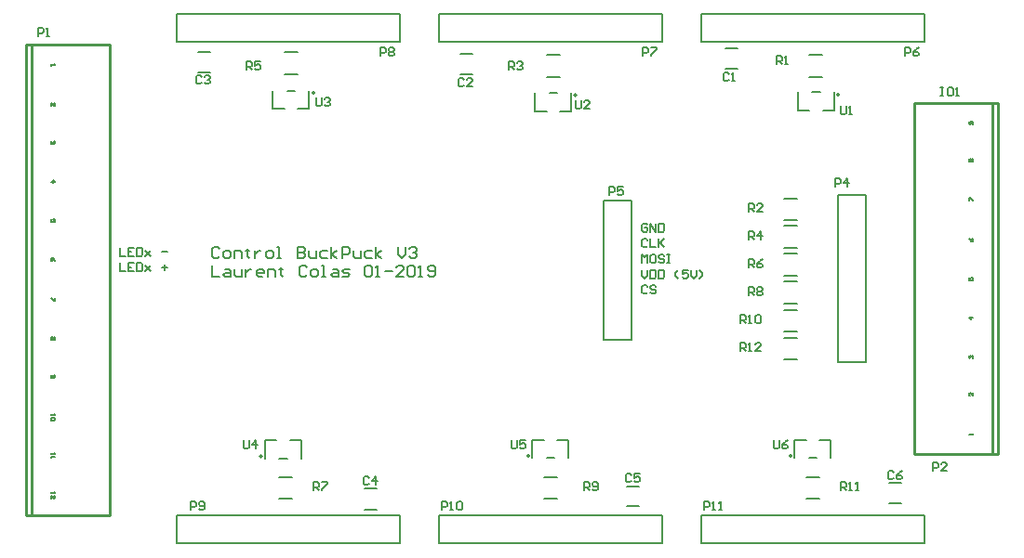
<source format=gto>
G04 Layer_Color=65535*
%FSLAX23Y23*%
%MOIN*%
G70*
G01*
G75*
%ADD13C,0.010*%
%ADD22C,0.006*%
%ADD23C,0.008*%
%ADD24C,0.008*%
%ADD25C,0.005*%
D13*
X1890Y4450D02*
Y6140D01*
X2190Y4450D02*
Y6070D01*
X1890Y4450D02*
X2190D01*
Y6070D02*
Y6140D01*
X1890D02*
X2190D01*
X1910Y4450D02*
Y6140D01*
X5355Y4670D02*
Y5930D01*
X5075Y4670D02*
X5375D01*
X5075D02*
Y4740D01*
Y5930D02*
X5375D01*
X5075Y4740D02*
Y5930D01*
X5375Y4670D02*
Y5930D01*
D22*
X2925Y5968D02*
G03*
X2925Y5968I-5J0D01*
G01*
X3865Y5960D02*
G03*
X3865Y5960I-5J0D01*
G01*
X4807Y5962D02*
G03*
X4807Y5962I-5J0D01*
G01*
X2737Y4663D02*
G03*
X2737Y4663I-5J0D01*
G01*
X4635Y4665D02*
G03*
X4635Y4665I-5J0D01*
G01*
X3695D02*
G03*
X3695Y4665I-5J0D01*
G01*
X2905Y5911D02*
Y5976D01*
X2775Y5911D02*
X2816D01*
X2775D02*
Y5976D01*
X2827D02*
X2853D01*
X2864Y5911D02*
X2905D01*
X3845Y5903D02*
Y5968D01*
X3715Y5903D02*
X3756D01*
X3715D02*
Y5968D01*
X3767D02*
X3793D01*
X3804Y5903D02*
X3845D01*
X3756Y6104D02*
X3804D01*
X3756Y6025D02*
X3804D01*
X4606Y5390D02*
X4654D01*
X4606Y5311D02*
X4654D01*
X4606Y5490D02*
X4654D01*
X4606Y5411D02*
X4654D01*
X4696Y6104D02*
X4744D01*
X4696Y6025D02*
X4744D01*
X4787Y5905D02*
Y5970D01*
X4657Y5905D02*
X4698D01*
X4657D02*
Y5970D01*
X4709D02*
X4736D01*
X4747Y5905D02*
X4787D01*
X4606Y5589D02*
X4654D01*
X4606Y5510D02*
X4654D01*
X4606Y5089D02*
X4654D01*
X4606Y5010D02*
X4654D01*
X4686Y4510D02*
X4734D01*
X4686Y4589D02*
X4734D01*
X4606Y5189D02*
X4654D01*
X4606Y5110D02*
X4654D01*
X3746Y4510D02*
X3794D01*
X3746Y4589D02*
X3794D01*
X2747Y4655D02*
Y4720D01*
X2837D02*
X2878D01*
Y4655D02*
Y4720D01*
X2799Y4655D02*
X2826D01*
X2747Y4720D02*
X2788D01*
X4606Y5290D02*
X4654D01*
X4606Y5210D02*
X4654D01*
X2796Y4510D02*
X2844D01*
X2796Y4589D02*
X2844D01*
X3104Y4547D02*
X3146D01*
X3104Y4473D02*
X3146D01*
X4984Y4494D02*
X5026D01*
X4984Y4567D02*
X5026D01*
X2509Y6043D02*
X2551D01*
X2509Y6116D02*
X2551D01*
X4399Y6127D02*
X4441D01*
X4399Y6054D02*
X4441D01*
X4645Y4657D02*
Y4722D01*
X4734D02*
X4775D01*
Y4657D02*
Y4722D01*
X4697Y4657D02*
X4723D01*
X4645Y4722D02*
X4686D01*
X3705Y4657D02*
Y4722D01*
X3794D02*
X3835D01*
Y4657D02*
Y4722D01*
X3757Y4657D02*
X3783D01*
X3705Y4722D02*
X3746D01*
X2817Y6115D02*
X2865D01*
X2817Y6036D02*
X2865D01*
X3449Y6107D02*
X3491D01*
X3449Y6034D02*
X3491D01*
X4044Y4484D02*
X4086D01*
X4044Y4556D02*
X4086D01*
D23*
X3960Y5080D02*
X4060D01*
X3960D02*
Y5580D01*
X4060Y5080D02*
Y5580D01*
X3960D02*
X4060D01*
X4310Y6250D02*
X5110D01*
X4310Y6150D02*
Y6250D01*
Y6150D02*
X5110D01*
Y6250D01*
X3370D02*
X4170D01*
X3370Y6150D02*
Y6250D01*
Y6150D02*
X4170D01*
Y6250D01*
X2430D02*
X3230D01*
X2430Y6150D02*
Y6250D01*
Y6150D02*
X3230D01*
Y6250D01*
X2430Y4350D02*
X3230D01*
Y4450D01*
X2430D02*
X3230D01*
X2430Y4350D02*
Y4450D01*
X4310Y4350D02*
X5110D01*
Y4450D01*
X4310D02*
X5110D01*
X4310Y4350D02*
Y4450D01*
X4800Y5600D02*
X4900D01*
X4800Y5000D02*
X4900D01*
X4800D02*
Y5600D01*
X4900Y5000D02*
Y5600D01*
X3370Y4350D02*
X4170D01*
Y4450D01*
X3370D02*
X4170D01*
X3370Y4350D02*
Y4450D01*
D24*
X2228Y5413D02*
Y5383D01*
X2248D01*
X2278Y5413D02*
X2258D01*
Y5383D01*
X2278D01*
X2258Y5398D02*
X2268D01*
X2288Y5413D02*
Y5383D01*
X2303D01*
X2308Y5388D01*
Y5408D01*
X2303Y5413D01*
X2288D01*
X2318Y5403D02*
X2338Y5383D01*
X2328Y5393D01*
X2338Y5403D01*
X2318Y5383D01*
X2378Y5398D02*
X2398D01*
X2228Y5358D02*
Y5328D01*
X2248D01*
X2278Y5358D02*
X2258D01*
Y5328D01*
X2278D01*
X2258Y5343D02*
X2268D01*
X2288Y5358D02*
Y5328D01*
X2303D01*
X2308Y5333D01*
Y5353D01*
X2303Y5358D01*
X2288D01*
X2318Y5348D02*
X2338Y5328D01*
X2328Y5338D01*
X2338Y5348D01*
X2318Y5328D01*
X2378Y5343D02*
X2398D01*
X2388Y5353D02*
Y5333D01*
X2585Y5409D02*
X2578Y5415D01*
X2565D01*
X2558Y5409D01*
Y5382D01*
X2565Y5375D01*
X2578D01*
X2585Y5382D01*
X2605Y5375D02*
X2618D01*
X2625Y5382D01*
Y5395D01*
X2618Y5402D01*
X2605D01*
X2598Y5395D01*
Y5382D01*
X2605Y5375D01*
X2638D02*
Y5402D01*
X2658D01*
X2665Y5395D01*
Y5375D01*
X2685Y5409D02*
Y5402D01*
X2678D01*
X2691D01*
X2685D01*
Y5382D01*
X2691Y5375D01*
X2711Y5402D02*
Y5375D01*
Y5389D01*
X2718Y5395D01*
X2725Y5402D01*
X2731D01*
X2758Y5375D02*
X2771D01*
X2778Y5382D01*
Y5395D01*
X2771Y5402D01*
X2758D01*
X2751Y5395D01*
Y5382D01*
X2758Y5375D01*
X2791D02*
X2805D01*
X2798D01*
Y5415D01*
X2791D01*
X2865D02*
Y5375D01*
X2885D01*
X2891Y5382D01*
Y5389D01*
X2885Y5395D01*
X2865D01*
X2885D01*
X2891Y5402D01*
Y5409D01*
X2885Y5415D01*
X2865D01*
X2905Y5402D02*
Y5382D01*
X2911Y5375D01*
X2931D01*
Y5402D01*
X2971D02*
X2951D01*
X2945Y5395D01*
Y5382D01*
X2951Y5375D01*
X2971D01*
X2985D02*
Y5415D01*
Y5389D02*
X3005Y5402D01*
X2985Y5389D02*
X3005Y5375D01*
X3025D02*
Y5415D01*
X3045D01*
X3051Y5409D01*
Y5395D01*
X3045Y5389D01*
X3025D01*
X3065Y5402D02*
Y5382D01*
X3071Y5375D01*
X3091D01*
Y5402D01*
X3131D02*
X3111D01*
X3104Y5395D01*
Y5382D01*
X3111Y5375D01*
X3131D01*
X3144D02*
Y5415D01*
Y5389D02*
X3164Y5402D01*
X3144Y5389D02*
X3164Y5375D01*
X3224Y5415D02*
Y5389D01*
X3238Y5375D01*
X3251Y5389D01*
Y5415D01*
X3264Y5409D02*
X3271Y5415D01*
X3284D01*
X3291Y5409D01*
Y5402D01*
X3284Y5395D01*
X3278D01*
X3284D01*
X3291Y5389D01*
Y5382D01*
X3284Y5375D01*
X3271D01*
X3264Y5382D01*
X2558Y5348D02*
Y5308D01*
X2585D01*
X2605Y5335D02*
X2618D01*
X2625Y5328D01*
Y5308D01*
X2605D01*
X2598Y5315D01*
X2605Y5321D01*
X2625D01*
X2638Y5335D02*
Y5315D01*
X2645Y5308D01*
X2665D01*
Y5335D01*
X2678D02*
Y5308D01*
Y5321D01*
X2685Y5328D01*
X2691Y5335D01*
X2698D01*
X2738Y5308D02*
X2725D01*
X2718Y5315D01*
Y5328D01*
X2725Y5335D01*
X2738D01*
X2745Y5328D01*
Y5321D01*
X2718D01*
X2758Y5308D02*
Y5335D01*
X2778D01*
X2785Y5328D01*
Y5308D01*
X2805Y5341D02*
Y5335D01*
X2798D01*
X2811D01*
X2805D01*
Y5315D01*
X2811Y5308D01*
X2898Y5341D02*
X2891Y5348D01*
X2878D01*
X2871Y5341D01*
Y5315D01*
X2878Y5308D01*
X2891D01*
X2898Y5315D01*
X2918Y5308D02*
X2931D01*
X2938Y5315D01*
Y5328D01*
X2931Y5335D01*
X2918D01*
X2911Y5328D01*
Y5315D01*
X2918Y5308D01*
X2951D02*
X2965D01*
X2958D01*
Y5348D01*
X2951D01*
X2991Y5335D02*
X3005D01*
X3011Y5328D01*
Y5308D01*
X2991D01*
X2985Y5315D01*
X2991Y5321D01*
X3011D01*
X3025Y5308D02*
X3045D01*
X3051Y5315D01*
X3045Y5321D01*
X3031D01*
X3025Y5328D01*
X3031Y5335D01*
X3051D01*
X3104Y5341D02*
X3111Y5348D01*
X3124D01*
X3131Y5341D01*
Y5315D01*
X3124Y5308D01*
X3111D01*
X3104Y5315D01*
Y5341D01*
X3144Y5308D02*
X3158D01*
X3151D01*
Y5348D01*
X3144Y5341D01*
X3178Y5328D02*
X3204D01*
X3244Y5308D02*
X3218D01*
X3244Y5335D01*
Y5341D01*
X3238Y5348D01*
X3224D01*
X3218Y5341D01*
X3258D02*
X3264Y5348D01*
X3278D01*
X3284Y5341D01*
Y5315D01*
X3278Y5308D01*
X3264D01*
X3258Y5315D01*
Y5341D01*
X3298Y5308D02*
X3311D01*
X3304D01*
Y5348D01*
X3298Y5341D01*
X3331Y5315D02*
X3338Y5308D01*
X3351D01*
X3358Y5315D01*
Y5341D01*
X3351Y5348D01*
X3338D01*
X3331Y5341D01*
Y5335D01*
X3338Y5328D01*
X3358D01*
X5168Y5988D02*
X5178D01*
X5173D01*
Y5958D01*
X5168D01*
X5178D01*
X5208Y5988D02*
X5198D01*
X5193Y5983D01*
Y5963D01*
X5198Y5958D01*
X5208D01*
X5213Y5963D01*
Y5983D01*
X5208Y5988D01*
X5223Y5958D02*
X5233D01*
X5228D01*
Y5988D01*
X5223Y5983D01*
X4118Y5494D02*
X4113Y5499D01*
X4103D01*
X4098Y5494D01*
Y5474D01*
X4103Y5469D01*
X4113D01*
X4118Y5474D01*
Y5484D01*
X4108D01*
X4128Y5469D02*
Y5499D01*
X4148Y5469D01*
Y5499D01*
X4158D02*
Y5469D01*
X4173D01*
X4178Y5474D01*
Y5494D01*
X4173Y5499D01*
X4158D01*
X4118Y5439D02*
X4113Y5444D01*
X4103D01*
X4098Y5439D01*
Y5419D01*
X4103Y5414D01*
X4113D01*
X4118Y5419D01*
X4128Y5444D02*
Y5414D01*
X4148D01*
X4158Y5444D02*
Y5414D01*
Y5424D01*
X4178Y5444D01*
X4163Y5429D01*
X4178Y5414D01*
X4098Y5358D02*
Y5388D01*
X4108Y5378D01*
X4118Y5388D01*
Y5358D01*
X4143Y5388D02*
X4133D01*
X4128Y5383D01*
Y5363D01*
X4133Y5358D01*
X4143D01*
X4148Y5363D01*
Y5383D01*
X4143Y5388D01*
X4178Y5383D02*
X4173Y5388D01*
X4163D01*
X4158Y5383D01*
Y5378D01*
X4163Y5373D01*
X4173D01*
X4178Y5368D01*
Y5363D01*
X4173Y5358D01*
X4163D01*
X4158Y5363D01*
X4188Y5388D02*
X4198D01*
X4193D01*
Y5358D01*
X4188D01*
X4198D01*
X4098Y5333D02*
Y5313D01*
X4108Y5303D01*
X4118Y5313D01*
Y5333D01*
X4128D02*
Y5303D01*
X4143D01*
X4148Y5308D01*
Y5328D01*
X4143Y5333D01*
X4128D01*
X4158D02*
Y5303D01*
X4173D01*
X4178Y5308D01*
Y5328D01*
X4173Y5333D01*
X4158D01*
X4228Y5303D02*
X4218Y5313D01*
Y5323D01*
X4228Y5333D01*
X4263D02*
X4243D01*
Y5318D01*
X4253Y5323D01*
X4258D01*
X4263Y5318D01*
Y5308D01*
X4258Y5303D01*
X4248D01*
X4243Y5308D01*
X4273Y5333D02*
Y5313D01*
X4283Y5303D01*
X4293Y5313D01*
Y5333D01*
X4303Y5303D02*
X4313Y5313D01*
Y5323D01*
X4303Y5333D01*
X4118Y5273D02*
X4113Y5278D01*
X4103D01*
X4098Y5273D01*
Y5253D01*
X4103Y5248D01*
X4113D01*
X4118Y5253D01*
X4148Y5273D02*
X4143Y5278D01*
X4133D01*
X4128Y5273D01*
Y5268D01*
X4133Y5263D01*
X4143D01*
X4148Y5258D01*
Y5253D01*
X4143Y5248D01*
X4133D01*
X4128Y5253D01*
X4790Y5630D02*
Y5660D01*
X4805D01*
X4810Y5655D01*
Y5645D01*
X4805Y5640D01*
X4790D01*
X4835Y5630D02*
Y5660D01*
X4820Y5645D01*
X4840D01*
X5140Y4610D02*
Y4640D01*
X5155D01*
X5160Y4635D01*
Y4625D01*
X5155Y4620D01*
X5140D01*
X5190Y4610D02*
X5170D01*
X5190Y4630D01*
Y4635D01*
X5185Y4640D01*
X5175D01*
X5170Y4635D01*
X3120Y4585D02*
X3115Y4590D01*
X3105D01*
X3100Y4585D01*
Y4565D01*
X3105Y4560D01*
X3115D01*
X3120Y4565D01*
X3145Y4560D02*
Y4590D01*
X3130Y4575D01*
X3150D01*
X5000Y4605D02*
X4995Y4610D01*
X4985D01*
X4980Y4605D01*
Y4585D01*
X4985Y4580D01*
X4995D01*
X5000Y4585D01*
X5030Y4610D02*
X5020Y4605D01*
X5010Y4595D01*
Y4585D01*
X5015Y4580D01*
X5025D01*
X5030Y4585D01*
Y4590D01*
X5025Y4595D01*
X5010D01*
X2520Y6025D02*
X2515Y6030D01*
X2505D01*
X2500Y6025D01*
Y6005D01*
X2505Y6000D01*
X2515D01*
X2520Y6005D01*
X2530Y6025D02*
X2535Y6030D01*
X2545D01*
X2550Y6025D01*
Y6020D01*
X2545Y6015D01*
X2540D01*
X2545D01*
X2550Y6010D01*
Y6005D01*
X2545Y6000D01*
X2535D01*
X2530Y6005D01*
X4410Y6035D02*
X4405Y6040D01*
X4395D01*
X4390Y6035D01*
Y6015D01*
X4395Y6010D01*
X4405D01*
X4410Y6015D01*
X4420Y6010D02*
X4430D01*
X4425D01*
Y6040D01*
X4420Y6035D01*
X4570Y4720D02*
Y4695D01*
X4575Y4690D01*
X4585D01*
X4590Y4695D01*
Y4720D01*
X4620D02*
X4610Y4715D01*
X4600Y4705D01*
Y4695D01*
X4605Y4690D01*
X4615D01*
X4620Y4695D01*
Y4700D01*
X4615Y4705D01*
X4600D01*
X3630Y4720D02*
Y4695D01*
X3635Y4690D01*
X3645D01*
X3650Y4695D01*
Y4720D01*
X3680D02*
X3660D01*
Y4705D01*
X3670Y4710D01*
X3675D01*
X3680Y4705D01*
Y4695D01*
X3675Y4690D01*
X3665D01*
X3660Y4695D01*
X2670Y4720D02*
Y4695D01*
X2675Y4690D01*
X2685D01*
X2690Y4695D01*
Y4720D01*
X2715Y4690D02*
Y4720D01*
X2700Y4705D01*
X2720D01*
X2930Y5950D02*
Y5925D01*
X2935Y5920D01*
X2945D01*
X2950Y5925D01*
Y5950D01*
X2960Y5945D02*
X2965Y5950D01*
X2975D01*
X2980Y5945D01*
Y5940D01*
X2975Y5935D01*
X2970D01*
X2975D01*
X2980Y5930D01*
Y5925D01*
X2975Y5920D01*
X2965D01*
X2960Y5925D01*
X3860Y5940D02*
Y5915D01*
X3865Y5910D01*
X3875D01*
X3880Y5915D01*
Y5940D01*
X3910Y5910D02*
X3890D01*
X3910Y5930D01*
Y5935D01*
X3905Y5940D01*
X3895D01*
X3890Y5935D01*
X4810Y5920D02*
Y5895D01*
X4815Y5890D01*
X4825D01*
X4830Y5895D01*
Y5920D01*
X4840Y5890D02*
X4850D01*
X4845D01*
Y5920D01*
X4840Y5915D01*
X4450Y5040D02*
Y5070D01*
X4465D01*
X4470Y5065D01*
Y5055D01*
X4465Y5050D01*
X4450D01*
X4460D02*
X4470Y5040D01*
X4480D02*
X4490D01*
X4485D01*
Y5070D01*
X4480Y5065D01*
X4525Y5040D02*
X4505D01*
X4525Y5060D01*
Y5065D01*
X4520Y5070D01*
X4510D01*
X4505Y5065D01*
X4810Y4540D02*
Y4570D01*
X4825D01*
X4830Y4565D01*
Y4555D01*
X4825Y4550D01*
X4810D01*
X4820D02*
X4830Y4540D01*
X4840D02*
X4850D01*
X4845D01*
Y4570D01*
X4840Y4565D01*
X4865Y4540D02*
X4875D01*
X4870D01*
Y4570D01*
X4865Y4565D01*
X4450Y5140D02*
Y5170D01*
X4465D01*
X4470Y5165D01*
Y5155D01*
X4465Y5150D01*
X4450D01*
X4460D02*
X4470Y5140D01*
X4480D02*
X4490D01*
X4485D01*
Y5170D01*
X4480Y5165D01*
X4505D02*
X4510Y5170D01*
X4520D01*
X4525Y5165D01*
Y5145D01*
X4520Y5140D01*
X4510D01*
X4505Y5145D01*
Y5165D01*
X3890Y4540D02*
Y4570D01*
X3905D01*
X3910Y4565D01*
Y4555D01*
X3905Y4550D01*
X3890D01*
X3900D02*
X3910Y4540D01*
X3920Y4545D02*
X3925Y4540D01*
X3935D01*
X3940Y4545D01*
Y4565D01*
X3935Y4570D01*
X3925D01*
X3920Y4565D01*
Y4560D01*
X3925Y4555D01*
X3940D01*
X4480Y5240D02*
Y5270D01*
X4495D01*
X4500Y5265D01*
Y5255D01*
X4495Y5250D01*
X4480D01*
X4490D02*
X4500Y5240D01*
X4510Y5265D02*
X4515Y5270D01*
X4525D01*
X4530Y5265D01*
Y5260D01*
X4525Y5255D01*
X4530Y5250D01*
Y5245D01*
X4525Y5240D01*
X4515D01*
X4510Y5245D01*
Y5250D01*
X4515Y5255D01*
X4510Y5260D01*
Y5265D01*
X4515Y5255D02*
X4525D01*
X2920Y4540D02*
Y4570D01*
X2935D01*
X2940Y4565D01*
Y4555D01*
X2935Y4550D01*
X2920D01*
X2930D02*
X2940Y4540D01*
X2950Y4570D02*
X2970D01*
Y4565D01*
X2950Y4545D01*
Y4540D01*
X4480Y5340D02*
Y5370D01*
X4495D01*
X4500Y5365D01*
Y5355D01*
X4495Y5350D01*
X4480D01*
X4490D02*
X4500Y5340D01*
X4530Y5370D02*
X4520Y5365D01*
X4510Y5355D01*
Y5345D01*
X4515Y5340D01*
X4525D01*
X4530Y5345D01*
Y5350D01*
X4525Y5355D01*
X4510D01*
X2680Y6050D02*
Y6080D01*
X2695D01*
X2700Y6075D01*
Y6065D01*
X2695Y6060D01*
X2680D01*
X2690D02*
X2700Y6050D01*
X2730Y6080D02*
X2710D01*
Y6065D01*
X2720Y6070D01*
X2725D01*
X2730Y6065D01*
Y6055D01*
X2725Y6050D01*
X2715D01*
X2710Y6055D01*
X4480Y5440D02*
Y5470D01*
X4495D01*
X4500Y5465D01*
Y5455D01*
X4495Y5450D01*
X4480D01*
X4490D02*
X4500Y5440D01*
X4525D02*
Y5470D01*
X4510Y5455D01*
X4530D01*
X3620Y6050D02*
Y6080D01*
X3635D01*
X3640Y6075D01*
Y6065D01*
X3635Y6060D01*
X3620D01*
X3630D02*
X3640Y6050D01*
X3650Y6075D02*
X3655Y6080D01*
X3665D01*
X3670Y6075D01*
Y6070D01*
X3665Y6065D01*
X3660D01*
X3665D01*
X3670Y6060D01*
Y6055D01*
X3665Y6050D01*
X3655D01*
X3650Y6055D01*
X4480Y5540D02*
Y5570D01*
X4495D01*
X4500Y5565D01*
Y5555D01*
X4495Y5550D01*
X4480D01*
X4490D02*
X4500Y5540D01*
X4530D02*
X4510D01*
X4530Y5560D01*
Y5565D01*
X4525Y5570D01*
X4515D01*
X4510Y5565D01*
X4580Y6070D02*
Y6100D01*
X4595D01*
X4600Y6095D01*
Y6085D01*
X4595Y6080D01*
X4580D01*
X4590D02*
X4600Y6070D01*
X4610D02*
X4620D01*
X4615D01*
Y6100D01*
X4610Y6095D01*
X5040Y6100D02*
Y6130D01*
X5055D01*
X5060Y6125D01*
Y6115D01*
X5055Y6110D01*
X5040D01*
X5090Y6130D02*
X5080Y6125D01*
X5070Y6115D01*
Y6105D01*
X5075Y6100D01*
X5085D01*
X5090Y6105D01*
Y6110D01*
X5085Y6115D01*
X5070D01*
X4100Y6100D02*
Y6130D01*
X4115D01*
X4120Y6125D01*
Y6115D01*
X4115Y6110D01*
X4100D01*
X4130Y6130D02*
X4150D01*
Y6125D01*
X4130Y6105D01*
Y6100D01*
X3160D02*
Y6130D01*
X3175D01*
X3180Y6125D01*
Y6115D01*
X3175Y6110D01*
X3160D01*
X3190Y6125D02*
X3195Y6130D01*
X3205D01*
X3210Y6125D01*
Y6120D01*
X3205Y6115D01*
X3210Y6110D01*
Y6105D01*
X3205Y6100D01*
X3195D01*
X3190Y6105D01*
Y6110D01*
X3195Y6115D01*
X3190Y6120D01*
Y6125D01*
X3195Y6115D02*
X3205D01*
X2480Y4470D02*
Y4500D01*
X2495D01*
X2500Y4495D01*
Y4485D01*
X2495Y4480D01*
X2480D01*
X2510Y4475D02*
X2515Y4470D01*
X2525D01*
X2530Y4475D01*
Y4495D01*
X2525Y4500D01*
X2515D01*
X2510Y4495D01*
Y4490D01*
X2515Y4485D01*
X2530D01*
X3380Y4470D02*
Y4500D01*
X3395D01*
X3400Y4495D01*
Y4485D01*
X3395Y4480D01*
X3380D01*
X3410Y4470D02*
X3420D01*
X3415D01*
Y4500D01*
X3410Y4495D01*
X3435D02*
X3440Y4500D01*
X3450D01*
X3455Y4495D01*
Y4475D01*
X3450Y4470D01*
X3440D01*
X3435Y4475D01*
Y4495D01*
X4320Y4470D02*
Y4500D01*
X4335D01*
X4340Y4495D01*
Y4485D01*
X4335Y4480D01*
X4320D01*
X4350Y4470D02*
X4360D01*
X4355D01*
Y4500D01*
X4350Y4495D01*
X4375Y4470D02*
X4385D01*
X4380D01*
Y4500D01*
X4375Y4495D01*
X3980Y5600D02*
Y5630D01*
X3995D01*
X4000Y5625D01*
Y5615D01*
X3995Y5610D01*
X3980D01*
X4030Y5630D02*
X4010D01*
Y5615D01*
X4020Y5620D01*
X4025D01*
X4030Y5615D01*
Y5605D01*
X4025Y5600D01*
X4015D01*
X4010Y5605D01*
X1934Y6173D02*
Y6203D01*
X1949D01*
X1954Y6198D01*
Y6188D01*
X1949Y6183D01*
X1934D01*
X1964Y6173D02*
X1974D01*
X1969D01*
Y6203D01*
X1964Y6198D01*
X3460Y6015D02*
X3455Y6020D01*
X3445D01*
X3440Y6015D01*
Y5995D01*
X3445Y5990D01*
X3455D01*
X3460Y5995D01*
X3490Y5990D02*
X3470D01*
X3490Y6010D01*
Y6015D01*
X3485Y6020D01*
X3475D01*
X3470Y6015D01*
X4060Y4595D02*
X4055Y4600D01*
X4045D01*
X4040Y4595D01*
Y4575D01*
X4045Y4570D01*
X4055D01*
X4060Y4575D01*
X4090Y4600D02*
X4070D01*
Y4585D01*
X4080Y4590D01*
X4085D01*
X4090Y4585D01*
Y4575D01*
X4085Y4570D01*
X4075D01*
X4070Y4575D01*
D25*
X1995Y5230D02*
Y5220D01*
X1992D01*
X1982Y5230D01*
X1980D01*
X1992Y5090D02*
X1995Y5088D01*
Y5083D01*
X1992Y5080D01*
X1990D01*
X1987Y5083D01*
X1985Y5080D01*
X1982D01*
X1980Y5083D01*
Y5088D01*
X1982Y5090D01*
X1985D01*
X1987Y5088D01*
X1990Y5090D01*
X1992D01*
X1987Y5088D02*
Y5083D01*
X1982Y4955D02*
X1980Y4953D01*
Y4948D01*
X1982Y4945D01*
X1992D01*
X1995Y4948D01*
Y4953D01*
X1992Y4955D01*
X1990D01*
X1987Y4953D01*
Y4945D01*
X1980Y4815D02*
Y4810D01*
Y4813D01*
X1995D01*
X1992Y4815D01*
Y4803D02*
X1995Y4800D01*
Y4795D01*
X1992Y4793D01*
X1982D01*
X1980Y4795D01*
Y4800D01*
X1982Y4803D01*
X1992D01*
X1980Y4675D02*
Y4670D01*
Y4673D01*
X1995D01*
X1992Y4675D01*
X1980Y4663D02*
Y4658D01*
Y4660D01*
X1995D01*
X1992Y4663D01*
X1980Y4535D02*
Y4530D01*
Y4533D01*
X1995D01*
X1992Y4535D01*
X1980Y4513D02*
Y4523D01*
X1990Y4513D01*
X1992D01*
X1995Y4515D01*
Y4520D01*
X1992Y4523D01*
X1995Y5365D02*
X1992Y5370D01*
X1987Y5375D01*
X1982D01*
X1980Y5373D01*
Y5368D01*
X1982Y5365D01*
X1985D01*
X1987Y5368D01*
Y5375D01*
X1995Y5505D02*
Y5515D01*
X1987D01*
X1990Y5510D01*
Y5508D01*
X1987Y5505D01*
X1982D01*
X1980Y5508D01*
Y5513D01*
X1982Y5515D01*
X1980Y5648D02*
X1995D01*
X1987Y5655D01*
Y5645D01*
X1992Y5795D02*
X1995Y5793D01*
Y5788D01*
X1992Y5785D01*
X1990D01*
X1987Y5788D01*
Y5790D01*
Y5788D01*
X1985Y5785D01*
X1982D01*
X1980Y5788D01*
Y5793D01*
X1982Y5795D01*
X1980Y5920D02*
Y5930D01*
X1990Y5920D01*
X1992D01*
X1995Y5923D01*
Y5928D01*
X1992Y5930D01*
X1980Y6070D02*
Y6065D01*
Y6068D01*
X1995D01*
X1992Y6070D01*
X5285Y4740D02*
Y4745D01*
Y4742D01*
X5270D01*
X5273Y4740D01*
X5285Y4890D02*
Y4880D01*
X5275Y4890D01*
X5273D01*
X5270Y4887D01*
Y4882D01*
X5273Y4880D01*
Y5015D02*
X5270Y5017D01*
Y5022D01*
X5273Y5025D01*
X5275D01*
X5278Y5022D01*
Y5020D01*
Y5022D01*
X5280Y5025D01*
X5283D01*
X5285Y5022D01*
Y5017D01*
X5283Y5015D01*
X5285Y5162D02*
X5270D01*
X5278Y5155D01*
Y5165D01*
X5270Y5305D02*
Y5295D01*
X5278D01*
X5275Y5300D01*
Y5302D01*
X5278Y5305D01*
X5283D01*
X5285Y5302D01*
Y5297D01*
X5283Y5295D01*
X5270Y5445D02*
X5273Y5440D01*
X5278Y5435D01*
X5283D01*
X5285Y5437D01*
Y5442D01*
X5283Y5445D01*
X5280D01*
X5278Y5442D01*
Y5435D01*
X5283Y5855D02*
X5285Y5857D01*
Y5862D01*
X5283Y5865D01*
X5273D01*
X5270Y5862D01*
Y5857D01*
X5273Y5855D01*
X5275D01*
X5278Y5857D01*
Y5865D01*
X5273Y5720D02*
X5270Y5722D01*
Y5727D01*
X5273Y5730D01*
X5275D01*
X5278Y5727D01*
X5280Y5730D01*
X5283D01*
X5285Y5727D01*
Y5722D01*
X5283Y5720D01*
X5280D01*
X5278Y5722D01*
X5275Y5720D01*
X5273D01*
X5278Y5722D02*
Y5727D01*
X5270Y5580D02*
Y5590D01*
X5273D01*
X5283Y5580D01*
X5285D01*
M02*

</source>
